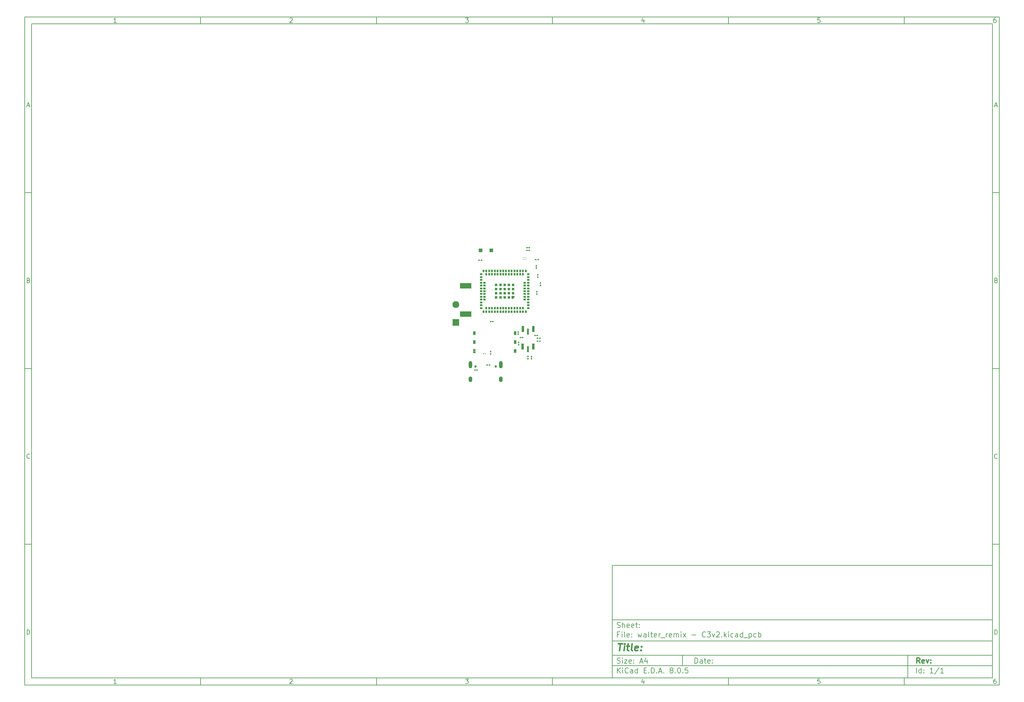
<source format=gbr>
%TF.GenerationSoftware,KiCad,Pcbnew,8.0.5*%
%TF.CreationDate,2024-12-27T02:30:01+01:00*%
%TF.ProjectId,walter_remix - C3v2,77616c74-6572-45f7-9265-6d6978202d20,rev?*%
%TF.SameCoordinates,Original*%
%TF.FileFunction,Soldermask,Bot*%
%TF.FilePolarity,Negative*%
%FSLAX45Y45*%
G04 Gerber Fmt 4.5, Leading zero omitted, Abs format (unit mm)*
G04 Created by KiCad (PCBNEW 8.0.5) date 2024-12-27 02:30:01*
%MOMM*%
%LPD*%
G01*
G04 APERTURE LIST*
G04 Aperture macros list*
%AMRoundRect*
0 Rectangle with rounded corners*
0 $1 Rounding radius*
0 $2 $3 $4 $5 $6 $7 $8 $9 X,Y pos of 4 corners*
0 Add a 4 corners polygon primitive as box body*
4,1,4,$2,$3,$4,$5,$6,$7,$8,$9,$2,$3,0*
0 Add four circle primitives for the rounded corners*
1,1,$1+$1,$2,$3*
1,1,$1+$1,$4,$5*
1,1,$1+$1,$6,$7*
1,1,$1+$1,$8,$9*
0 Add four rect primitives between the rounded corners*
20,1,$1+$1,$2,$3,$4,$5,0*
20,1,$1+$1,$4,$5,$6,$7,0*
20,1,$1+$1,$6,$7,$8,$9,0*
20,1,$1+$1,$8,$9,$2,$3,0*%
%AMOutline5P*
0 Free polygon, 5 corners , with rotation*
0 The origin of the aperture is its center*
0 number of corners: always 5*
0 $1 to $10 corner X, Y*
0 $11 Rotation angle, in degrees counterclockwise*
0 create outline with 5 corners*
4,1,5,$1,$2,$3,$4,$5,$6,$7,$8,$9,$10,$1,$2,$11*%
%AMOutline6P*
0 Free polygon, 6 corners , with rotation*
0 The origin of the aperture is its center*
0 number of corners: always 6*
0 $1 to $12 corner X, Y*
0 $13 Rotation angle, in degrees counterclockwise*
0 create outline with 6 corners*
4,1,6,$1,$2,$3,$4,$5,$6,$7,$8,$9,$10,$11,$12,$1,$2,$13*%
%AMOutline7P*
0 Free polygon, 7 corners , with rotation*
0 The origin of the aperture is its center*
0 number of corners: always 7*
0 $1 to $14 corner X, Y*
0 $15 Rotation angle, in degrees counterclockwise*
0 create outline with 7 corners*
4,1,7,$1,$2,$3,$4,$5,$6,$7,$8,$9,$10,$11,$12,$13,$14,$1,$2,$15*%
%AMOutline8P*
0 Free polygon, 8 corners , with rotation*
0 The origin of the aperture is its center*
0 number of corners: always 8*
0 $1 to $16 corner X, Y*
0 $17 Rotation angle, in degrees counterclockwise*
0 create outline with 8 corners*
4,1,8,$1,$2,$3,$4,$5,$6,$7,$8,$9,$10,$11,$12,$13,$14,$15,$16,$1,$2,$17*%
G04 Aperture macros list end*
%ADD10C,0.100000*%
%ADD11C,0.150000*%
%ADD12C,0.300000*%
%ADD13C,0.400000*%
%ADD14R,3.200000X1.600000*%
%ADD15R,1.950000X1.950000*%
%ADD16C,1.950000*%
%ADD17R,0.700000X1.800000*%
%ADD18R,0.600000X1.800000*%
%ADD19R,1.000000X1.000000*%
%ADD20R,0.210000X0.400000*%
%ADD21R,0.200000X0.200000*%
%ADD22RoundRect,0.100000X0.100000X-0.130000X0.100000X0.130000X-0.100000X0.130000X-0.100000X-0.130000X0*%
%ADD23RoundRect,0.100000X0.130000X0.100000X-0.130000X0.100000X-0.130000X-0.100000X0.130000X-0.100000X0*%
%ADD24RoundRect,0.100000X-0.100000X0.130000X-0.100000X-0.130000X0.100000X-0.130000X0.100000X0.130000X0*%
%ADD25RoundRect,0.100000X-0.130000X-0.100000X0.130000X-0.100000X0.130000X0.100000X-0.130000X0.100000X0*%
%ADD26R,0.700000X1.000000*%
%ADD27R,0.700000X0.500000*%
%ADD28O,1.000000X1.600000*%
%ADD29O,1.000000X2.100000*%
%ADD30C,0.650000*%
%ADD31R,0.800000X0.800000*%
%ADD32Outline5P,-0.400000X0.400000X0.000000X0.400000X0.400000X0.000000X0.400000X-0.400000X-0.400000X-0.400000X270.000000*%
%ADD33R,0.500000X0.700000*%
G04 APERTURE END LIST*
D10*
D11*
X17700220Y-16600720D02*
X28500220Y-16600720D01*
X28500220Y-19800720D01*
X17700220Y-19800720D01*
X17700220Y-16600720D01*
D10*
D11*
X1000000Y-1000000D02*
X28700220Y-1000000D01*
X28700220Y-20000720D01*
X1000000Y-20000720D01*
X1000000Y-1000000D01*
D10*
D11*
X1200000Y-1200000D02*
X28500220Y-1200000D01*
X28500220Y-19800720D01*
X1200000Y-19800720D01*
X1200000Y-1200000D01*
D10*
D11*
X6000000Y-1200000D02*
X6000000Y-1000000D01*
D10*
D11*
X11000000Y-1200000D02*
X11000000Y-1000000D01*
D10*
D11*
X16000000Y-1200000D02*
X16000000Y-1000000D01*
D10*
D11*
X21000000Y-1200000D02*
X21000000Y-1000000D01*
D10*
D11*
X26000000Y-1200000D02*
X26000000Y-1000000D01*
D10*
D11*
X3608916Y-1159360D02*
X3534630Y-1159360D01*
X3571773Y-1159360D02*
X3571773Y-1029360D01*
X3571773Y-1029360D02*
X3559392Y-1047932D01*
X3559392Y-1047932D02*
X3547011Y-1060313D01*
X3547011Y-1060313D02*
X3534630Y-1066503D01*
D10*
D11*
X8534630Y-1041741D02*
X8540821Y-1035551D01*
X8540821Y-1035551D02*
X8553202Y-1029360D01*
X8553202Y-1029360D02*
X8584154Y-1029360D01*
X8584154Y-1029360D02*
X8596535Y-1035551D01*
X8596535Y-1035551D02*
X8602726Y-1041741D01*
X8602726Y-1041741D02*
X8608916Y-1054122D01*
X8608916Y-1054122D02*
X8608916Y-1066503D01*
X8608916Y-1066503D02*
X8602726Y-1085075D01*
X8602726Y-1085075D02*
X8528440Y-1159360D01*
X8528440Y-1159360D02*
X8608916Y-1159360D01*
D10*
D11*
X13528440Y-1029360D02*
X13608916Y-1029360D01*
X13608916Y-1029360D02*
X13565583Y-1078884D01*
X13565583Y-1078884D02*
X13584154Y-1078884D01*
X13584154Y-1078884D02*
X13596535Y-1085075D01*
X13596535Y-1085075D02*
X13602725Y-1091265D01*
X13602725Y-1091265D02*
X13608916Y-1103646D01*
X13608916Y-1103646D02*
X13608916Y-1134599D01*
X13608916Y-1134599D02*
X13602725Y-1146980D01*
X13602725Y-1146980D02*
X13596535Y-1153170D01*
X13596535Y-1153170D02*
X13584154Y-1159360D01*
X13584154Y-1159360D02*
X13547011Y-1159360D01*
X13547011Y-1159360D02*
X13534630Y-1153170D01*
X13534630Y-1153170D02*
X13528440Y-1146980D01*
D10*
D11*
X18596535Y-1072694D02*
X18596535Y-1159360D01*
X18565583Y-1023170D02*
X18534630Y-1116027D01*
X18534630Y-1116027D02*
X18615106Y-1116027D01*
D10*
D11*
X23602725Y-1029360D02*
X23540821Y-1029360D01*
X23540821Y-1029360D02*
X23534630Y-1091265D01*
X23534630Y-1091265D02*
X23540821Y-1085075D01*
X23540821Y-1085075D02*
X23553202Y-1078884D01*
X23553202Y-1078884D02*
X23584154Y-1078884D01*
X23584154Y-1078884D02*
X23596535Y-1085075D01*
X23596535Y-1085075D02*
X23602725Y-1091265D01*
X23602725Y-1091265D02*
X23608916Y-1103646D01*
X23608916Y-1103646D02*
X23608916Y-1134599D01*
X23608916Y-1134599D02*
X23602725Y-1146980D01*
X23602725Y-1146980D02*
X23596535Y-1153170D01*
X23596535Y-1153170D02*
X23584154Y-1159360D01*
X23584154Y-1159360D02*
X23553202Y-1159360D01*
X23553202Y-1159360D02*
X23540821Y-1153170D01*
X23540821Y-1153170D02*
X23534630Y-1146980D01*
D10*
D11*
X28596535Y-1029360D02*
X28571773Y-1029360D01*
X28571773Y-1029360D02*
X28559392Y-1035551D01*
X28559392Y-1035551D02*
X28553202Y-1041741D01*
X28553202Y-1041741D02*
X28540821Y-1060313D01*
X28540821Y-1060313D02*
X28534630Y-1085075D01*
X28534630Y-1085075D02*
X28534630Y-1134599D01*
X28534630Y-1134599D02*
X28540821Y-1146980D01*
X28540821Y-1146980D02*
X28547011Y-1153170D01*
X28547011Y-1153170D02*
X28559392Y-1159360D01*
X28559392Y-1159360D02*
X28584154Y-1159360D01*
X28584154Y-1159360D02*
X28596535Y-1153170D01*
X28596535Y-1153170D02*
X28602725Y-1146980D01*
X28602725Y-1146980D02*
X28608916Y-1134599D01*
X28608916Y-1134599D02*
X28608916Y-1103646D01*
X28608916Y-1103646D02*
X28602725Y-1091265D01*
X28602725Y-1091265D02*
X28596535Y-1085075D01*
X28596535Y-1085075D02*
X28584154Y-1078884D01*
X28584154Y-1078884D02*
X28559392Y-1078884D01*
X28559392Y-1078884D02*
X28547011Y-1085075D01*
X28547011Y-1085075D02*
X28540821Y-1091265D01*
X28540821Y-1091265D02*
X28534630Y-1103646D01*
D10*
D11*
X6000000Y-19800720D02*
X6000000Y-20000720D01*
D10*
D11*
X11000000Y-19800720D02*
X11000000Y-20000720D01*
D10*
D11*
X16000000Y-19800720D02*
X16000000Y-20000720D01*
D10*
D11*
X21000000Y-19800720D02*
X21000000Y-20000720D01*
D10*
D11*
X26000000Y-19800720D02*
X26000000Y-20000720D01*
D10*
D11*
X3608916Y-19960080D02*
X3534630Y-19960080D01*
X3571773Y-19960080D02*
X3571773Y-19830080D01*
X3571773Y-19830080D02*
X3559392Y-19848652D01*
X3559392Y-19848652D02*
X3547011Y-19861033D01*
X3547011Y-19861033D02*
X3534630Y-19867223D01*
D10*
D11*
X8534630Y-19842461D02*
X8540821Y-19836271D01*
X8540821Y-19836271D02*
X8553202Y-19830080D01*
X8553202Y-19830080D02*
X8584154Y-19830080D01*
X8584154Y-19830080D02*
X8596535Y-19836271D01*
X8596535Y-19836271D02*
X8602726Y-19842461D01*
X8602726Y-19842461D02*
X8608916Y-19854842D01*
X8608916Y-19854842D02*
X8608916Y-19867223D01*
X8608916Y-19867223D02*
X8602726Y-19885795D01*
X8602726Y-19885795D02*
X8528440Y-19960080D01*
X8528440Y-19960080D02*
X8608916Y-19960080D01*
D10*
D11*
X13528440Y-19830080D02*
X13608916Y-19830080D01*
X13608916Y-19830080D02*
X13565583Y-19879604D01*
X13565583Y-19879604D02*
X13584154Y-19879604D01*
X13584154Y-19879604D02*
X13596535Y-19885795D01*
X13596535Y-19885795D02*
X13602725Y-19891985D01*
X13602725Y-19891985D02*
X13608916Y-19904366D01*
X13608916Y-19904366D02*
X13608916Y-19935319D01*
X13608916Y-19935319D02*
X13602725Y-19947700D01*
X13602725Y-19947700D02*
X13596535Y-19953890D01*
X13596535Y-19953890D02*
X13584154Y-19960080D01*
X13584154Y-19960080D02*
X13547011Y-19960080D01*
X13547011Y-19960080D02*
X13534630Y-19953890D01*
X13534630Y-19953890D02*
X13528440Y-19947700D01*
D10*
D11*
X18596535Y-19873414D02*
X18596535Y-19960080D01*
X18565583Y-19823890D02*
X18534630Y-19916747D01*
X18534630Y-19916747D02*
X18615106Y-19916747D01*
D10*
D11*
X23602725Y-19830080D02*
X23540821Y-19830080D01*
X23540821Y-19830080D02*
X23534630Y-19891985D01*
X23534630Y-19891985D02*
X23540821Y-19885795D01*
X23540821Y-19885795D02*
X23553202Y-19879604D01*
X23553202Y-19879604D02*
X23584154Y-19879604D01*
X23584154Y-19879604D02*
X23596535Y-19885795D01*
X23596535Y-19885795D02*
X23602725Y-19891985D01*
X23602725Y-19891985D02*
X23608916Y-19904366D01*
X23608916Y-19904366D02*
X23608916Y-19935319D01*
X23608916Y-19935319D02*
X23602725Y-19947700D01*
X23602725Y-19947700D02*
X23596535Y-19953890D01*
X23596535Y-19953890D02*
X23584154Y-19960080D01*
X23584154Y-19960080D02*
X23553202Y-19960080D01*
X23553202Y-19960080D02*
X23540821Y-19953890D01*
X23540821Y-19953890D02*
X23534630Y-19947700D01*
D10*
D11*
X28596535Y-19830080D02*
X28571773Y-19830080D01*
X28571773Y-19830080D02*
X28559392Y-19836271D01*
X28559392Y-19836271D02*
X28553202Y-19842461D01*
X28553202Y-19842461D02*
X28540821Y-19861033D01*
X28540821Y-19861033D02*
X28534630Y-19885795D01*
X28534630Y-19885795D02*
X28534630Y-19935319D01*
X28534630Y-19935319D02*
X28540821Y-19947700D01*
X28540821Y-19947700D02*
X28547011Y-19953890D01*
X28547011Y-19953890D02*
X28559392Y-19960080D01*
X28559392Y-19960080D02*
X28584154Y-19960080D01*
X28584154Y-19960080D02*
X28596535Y-19953890D01*
X28596535Y-19953890D02*
X28602725Y-19947700D01*
X28602725Y-19947700D02*
X28608916Y-19935319D01*
X28608916Y-19935319D02*
X28608916Y-19904366D01*
X28608916Y-19904366D02*
X28602725Y-19891985D01*
X28602725Y-19891985D02*
X28596535Y-19885795D01*
X28596535Y-19885795D02*
X28584154Y-19879604D01*
X28584154Y-19879604D02*
X28559392Y-19879604D01*
X28559392Y-19879604D02*
X28547011Y-19885795D01*
X28547011Y-19885795D02*
X28540821Y-19891985D01*
X28540821Y-19891985D02*
X28534630Y-19904366D01*
D10*
D11*
X1000000Y-6000000D02*
X1200000Y-6000000D01*
D10*
D11*
X1000000Y-11000000D02*
X1200000Y-11000000D01*
D10*
D11*
X1000000Y-16000000D02*
X1200000Y-16000000D01*
D10*
D11*
X1069048Y-3522218D02*
X1130952Y-3522218D01*
X1056667Y-3559360D02*
X1100000Y-3429360D01*
X1100000Y-3429360D02*
X1143333Y-3559360D01*
D10*
D11*
X1109286Y-8491265D02*
X1127857Y-8497456D01*
X1127857Y-8497456D02*
X1134048Y-8503646D01*
X1134048Y-8503646D02*
X1140238Y-8516027D01*
X1140238Y-8516027D02*
X1140238Y-8534599D01*
X1140238Y-8534599D02*
X1134048Y-8546980D01*
X1134048Y-8546980D02*
X1127857Y-8553170D01*
X1127857Y-8553170D02*
X1115476Y-8559360D01*
X1115476Y-8559360D02*
X1065952Y-8559360D01*
X1065952Y-8559360D02*
X1065952Y-8429360D01*
X1065952Y-8429360D02*
X1109286Y-8429360D01*
X1109286Y-8429360D02*
X1121667Y-8435551D01*
X1121667Y-8435551D02*
X1127857Y-8441741D01*
X1127857Y-8441741D02*
X1134048Y-8454122D01*
X1134048Y-8454122D02*
X1134048Y-8466503D01*
X1134048Y-8466503D02*
X1127857Y-8478884D01*
X1127857Y-8478884D02*
X1121667Y-8485075D01*
X1121667Y-8485075D02*
X1109286Y-8491265D01*
X1109286Y-8491265D02*
X1065952Y-8491265D01*
D10*
D11*
X1140238Y-13546979D02*
X1134048Y-13553170D01*
X1134048Y-13553170D02*
X1115476Y-13559360D01*
X1115476Y-13559360D02*
X1103095Y-13559360D01*
X1103095Y-13559360D02*
X1084524Y-13553170D01*
X1084524Y-13553170D02*
X1072143Y-13540789D01*
X1072143Y-13540789D02*
X1065952Y-13528408D01*
X1065952Y-13528408D02*
X1059762Y-13503646D01*
X1059762Y-13503646D02*
X1059762Y-13485075D01*
X1059762Y-13485075D02*
X1065952Y-13460313D01*
X1065952Y-13460313D02*
X1072143Y-13447932D01*
X1072143Y-13447932D02*
X1084524Y-13435551D01*
X1084524Y-13435551D02*
X1103095Y-13429360D01*
X1103095Y-13429360D02*
X1115476Y-13429360D01*
X1115476Y-13429360D02*
X1134048Y-13435551D01*
X1134048Y-13435551D02*
X1140238Y-13441741D01*
D10*
D11*
X1065952Y-18559360D02*
X1065952Y-18429360D01*
X1065952Y-18429360D02*
X1096905Y-18429360D01*
X1096905Y-18429360D02*
X1115476Y-18435551D01*
X1115476Y-18435551D02*
X1127857Y-18447932D01*
X1127857Y-18447932D02*
X1134048Y-18460313D01*
X1134048Y-18460313D02*
X1140238Y-18485075D01*
X1140238Y-18485075D02*
X1140238Y-18503646D01*
X1140238Y-18503646D02*
X1134048Y-18528408D01*
X1134048Y-18528408D02*
X1127857Y-18540789D01*
X1127857Y-18540789D02*
X1115476Y-18553170D01*
X1115476Y-18553170D02*
X1096905Y-18559360D01*
X1096905Y-18559360D02*
X1065952Y-18559360D01*
D10*
D11*
X28700220Y-6000000D02*
X28500220Y-6000000D01*
D10*
D11*
X28700220Y-11000000D02*
X28500220Y-11000000D01*
D10*
D11*
X28700220Y-16000000D02*
X28500220Y-16000000D01*
D10*
D11*
X28569268Y-3522218D02*
X28631172Y-3522218D01*
X28556887Y-3559360D02*
X28600220Y-3429360D01*
X28600220Y-3429360D02*
X28643553Y-3559360D01*
D10*
D11*
X28609506Y-8491265D02*
X28628077Y-8497456D01*
X28628077Y-8497456D02*
X28634268Y-8503646D01*
X28634268Y-8503646D02*
X28640458Y-8516027D01*
X28640458Y-8516027D02*
X28640458Y-8534599D01*
X28640458Y-8534599D02*
X28634268Y-8546980D01*
X28634268Y-8546980D02*
X28628077Y-8553170D01*
X28628077Y-8553170D02*
X28615696Y-8559360D01*
X28615696Y-8559360D02*
X28566172Y-8559360D01*
X28566172Y-8559360D02*
X28566172Y-8429360D01*
X28566172Y-8429360D02*
X28609506Y-8429360D01*
X28609506Y-8429360D02*
X28621887Y-8435551D01*
X28621887Y-8435551D02*
X28628077Y-8441741D01*
X28628077Y-8441741D02*
X28634268Y-8454122D01*
X28634268Y-8454122D02*
X28634268Y-8466503D01*
X28634268Y-8466503D02*
X28628077Y-8478884D01*
X28628077Y-8478884D02*
X28621887Y-8485075D01*
X28621887Y-8485075D02*
X28609506Y-8491265D01*
X28609506Y-8491265D02*
X28566172Y-8491265D01*
D10*
D11*
X28640458Y-13546979D02*
X28634268Y-13553170D01*
X28634268Y-13553170D02*
X28615696Y-13559360D01*
X28615696Y-13559360D02*
X28603315Y-13559360D01*
X28603315Y-13559360D02*
X28584744Y-13553170D01*
X28584744Y-13553170D02*
X28572363Y-13540789D01*
X28572363Y-13540789D02*
X28566172Y-13528408D01*
X28566172Y-13528408D02*
X28559982Y-13503646D01*
X28559982Y-13503646D02*
X28559982Y-13485075D01*
X28559982Y-13485075D02*
X28566172Y-13460313D01*
X28566172Y-13460313D02*
X28572363Y-13447932D01*
X28572363Y-13447932D02*
X28584744Y-13435551D01*
X28584744Y-13435551D02*
X28603315Y-13429360D01*
X28603315Y-13429360D02*
X28615696Y-13429360D01*
X28615696Y-13429360D02*
X28634268Y-13435551D01*
X28634268Y-13435551D02*
X28640458Y-13441741D01*
D10*
D11*
X28566172Y-18559360D02*
X28566172Y-18429360D01*
X28566172Y-18429360D02*
X28597125Y-18429360D01*
X28597125Y-18429360D02*
X28615696Y-18435551D01*
X28615696Y-18435551D02*
X28628077Y-18447932D01*
X28628077Y-18447932D02*
X28634268Y-18460313D01*
X28634268Y-18460313D02*
X28640458Y-18485075D01*
X28640458Y-18485075D02*
X28640458Y-18503646D01*
X28640458Y-18503646D02*
X28634268Y-18528408D01*
X28634268Y-18528408D02*
X28628077Y-18540789D01*
X28628077Y-18540789D02*
X28615696Y-18553170D01*
X28615696Y-18553170D02*
X28597125Y-18559360D01*
X28597125Y-18559360D02*
X28566172Y-18559360D01*
D10*
D11*
X20045803Y-19379333D02*
X20045803Y-19229333D01*
X20045803Y-19229333D02*
X20081517Y-19229333D01*
X20081517Y-19229333D02*
X20102946Y-19236476D01*
X20102946Y-19236476D02*
X20117231Y-19250761D01*
X20117231Y-19250761D02*
X20124374Y-19265047D01*
X20124374Y-19265047D02*
X20131517Y-19293619D01*
X20131517Y-19293619D02*
X20131517Y-19315047D01*
X20131517Y-19315047D02*
X20124374Y-19343619D01*
X20124374Y-19343619D02*
X20117231Y-19357904D01*
X20117231Y-19357904D02*
X20102946Y-19372190D01*
X20102946Y-19372190D02*
X20081517Y-19379333D01*
X20081517Y-19379333D02*
X20045803Y-19379333D01*
X20260088Y-19379333D02*
X20260088Y-19300761D01*
X20260088Y-19300761D02*
X20252946Y-19286476D01*
X20252946Y-19286476D02*
X20238660Y-19279333D01*
X20238660Y-19279333D02*
X20210088Y-19279333D01*
X20210088Y-19279333D02*
X20195803Y-19286476D01*
X20260088Y-19372190D02*
X20245803Y-19379333D01*
X20245803Y-19379333D02*
X20210088Y-19379333D01*
X20210088Y-19379333D02*
X20195803Y-19372190D01*
X20195803Y-19372190D02*
X20188660Y-19357904D01*
X20188660Y-19357904D02*
X20188660Y-19343619D01*
X20188660Y-19343619D02*
X20195803Y-19329333D01*
X20195803Y-19329333D02*
X20210088Y-19322190D01*
X20210088Y-19322190D02*
X20245803Y-19322190D01*
X20245803Y-19322190D02*
X20260088Y-19315047D01*
X20310088Y-19279333D02*
X20367231Y-19279333D01*
X20331517Y-19229333D02*
X20331517Y-19357904D01*
X20331517Y-19357904D02*
X20338660Y-19372190D01*
X20338660Y-19372190D02*
X20352946Y-19379333D01*
X20352946Y-19379333D02*
X20367231Y-19379333D01*
X20474374Y-19372190D02*
X20460088Y-19379333D01*
X20460088Y-19379333D02*
X20431517Y-19379333D01*
X20431517Y-19379333D02*
X20417231Y-19372190D01*
X20417231Y-19372190D02*
X20410088Y-19357904D01*
X20410088Y-19357904D02*
X20410088Y-19300761D01*
X20410088Y-19300761D02*
X20417231Y-19286476D01*
X20417231Y-19286476D02*
X20431517Y-19279333D01*
X20431517Y-19279333D02*
X20460088Y-19279333D01*
X20460088Y-19279333D02*
X20474374Y-19286476D01*
X20474374Y-19286476D02*
X20481517Y-19300761D01*
X20481517Y-19300761D02*
X20481517Y-19315047D01*
X20481517Y-19315047D02*
X20410088Y-19329333D01*
X20545803Y-19365047D02*
X20552946Y-19372190D01*
X20552946Y-19372190D02*
X20545803Y-19379333D01*
X20545803Y-19379333D02*
X20538660Y-19372190D01*
X20538660Y-19372190D02*
X20545803Y-19365047D01*
X20545803Y-19365047D02*
X20545803Y-19379333D01*
X20545803Y-19286476D02*
X20552946Y-19293619D01*
X20552946Y-19293619D02*
X20545803Y-19300761D01*
X20545803Y-19300761D02*
X20538660Y-19293619D01*
X20538660Y-19293619D02*
X20545803Y-19286476D01*
X20545803Y-19286476D02*
X20545803Y-19300761D01*
D10*
D11*
X17700220Y-19450720D02*
X28500220Y-19450720D01*
D10*
D11*
X17845803Y-19659333D02*
X17845803Y-19509333D01*
X17931517Y-19659333D02*
X17867231Y-19573619D01*
X17931517Y-19509333D02*
X17845803Y-19595047D01*
X17995803Y-19659333D02*
X17995803Y-19559333D01*
X17995803Y-19509333D02*
X17988660Y-19516476D01*
X17988660Y-19516476D02*
X17995803Y-19523619D01*
X17995803Y-19523619D02*
X18002946Y-19516476D01*
X18002946Y-19516476D02*
X17995803Y-19509333D01*
X17995803Y-19509333D02*
X17995803Y-19523619D01*
X18152946Y-19645047D02*
X18145803Y-19652190D01*
X18145803Y-19652190D02*
X18124374Y-19659333D01*
X18124374Y-19659333D02*
X18110088Y-19659333D01*
X18110088Y-19659333D02*
X18088660Y-19652190D01*
X18088660Y-19652190D02*
X18074374Y-19637904D01*
X18074374Y-19637904D02*
X18067231Y-19623619D01*
X18067231Y-19623619D02*
X18060088Y-19595047D01*
X18060088Y-19595047D02*
X18060088Y-19573619D01*
X18060088Y-19573619D02*
X18067231Y-19545047D01*
X18067231Y-19545047D02*
X18074374Y-19530761D01*
X18074374Y-19530761D02*
X18088660Y-19516476D01*
X18088660Y-19516476D02*
X18110088Y-19509333D01*
X18110088Y-19509333D02*
X18124374Y-19509333D01*
X18124374Y-19509333D02*
X18145803Y-19516476D01*
X18145803Y-19516476D02*
X18152946Y-19523619D01*
X18281517Y-19659333D02*
X18281517Y-19580761D01*
X18281517Y-19580761D02*
X18274374Y-19566476D01*
X18274374Y-19566476D02*
X18260088Y-19559333D01*
X18260088Y-19559333D02*
X18231517Y-19559333D01*
X18231517Y-19559333D02*
X18217231Y-19566476D01*
X18281517Y-19652190D02*
X18267231Y-19659333D01*
X18267231Y-19659333D02*
X18231517Y-19659333D01*
X18231517Y-19659333D02*
X18217231Y-19652190D01*
X18217231Y-19652190D02*
X18210088Y-19637904D01*
X18210088Y-19637904D02*
X18210088Y-19623619D01*
X18210088Y-19623619D02*
X18217231Y-19609333D01*
X18217231Y-19609333D02*
X18231517Y-19602190D01*
X18231517Y-19602190D02*
X18267231Y-19602190D01*
X18267231Y-19602190D02*
X18281517Y-19595047D01*
X18417231Y-19659333D02*
X18417231Y-19509333D01*
X18417231Y-19652190D02*
X18402946Y-19659333D01*
X18402946Y-19659333D02*
X18374374Y-19659333D01*
X18374374Y-19659333D02*
X18360088Y-19652190D01*
X18360088Y-19652190D02*
X18352946Y-19645047D01*
X18352946Y-19645047D02*
X18345803Y-19630761D01*
X18345803Y-19630761D02*
X18345803Y-19587904D01*
X18345803Y-19587904D02*
X18352946Y-19573619D01*
X18352946Y-19573619D02*
X18360088Y-19566476D01*
X18360088Y-19566476D02*
X18374374Y-19559333D01*
X18374374Y-19559333D02*
X18402946Y-19559333D01*
X18402946Y-19559333D02*
X18417231Y-19566476D01*
X18602946Y-19580761D02*
X18652946Y-19580761D01*
X18674374Y-19659333D02*
X18602946Y-19659333D01*
X18602946Y-19659333D02*
X18602946Y-19509333D01*
X18602946Y-19509333D02*
X18674374Y-19509333D01*
X18738660Y-19645047D02*
X18745803Y-19652190D01*
X18745803Y-19652190D02*
X18738660Y-19659333D01*
X18738660Y-19659333D02*
X18731517Y-19652190D01*
X18731517Y-19652190D02*
X18738660Y-19645047D01*
X18738660Y-19645047D02*
X18738660Y-19659333D01*
X18810088Y-19659333D02*
X18810088Y-19509333D01*
X18810088Y-19509333D02*
X18845803Y-19509333D01*
X18845803Y-19509333D02*
X18867231Y-19516476D01*
X18867231Y-19516476D02*
X18881517Y-19530761D01*
X18881517Y-19530761D02*
X18888660Y-19545047D01*
X18888660Y-19545047D02*
X18895803Y-19573619D01*
X18895803Y-19573619D02*
X18895803Y-19595047D01*
X18895803Y-19595047D02*
X18888660Y-19623619D01*
X18888660Y-19623619D02*
X18881517Y-19637904D01*
X18881517Y-19637904D02*
X18867231Y-19652190D01*
X18867231Y-19652190D02*
X18845803Y-19659333D01*
X18845803Y-19659333D02*
X18810088Y-19659333D01*
X18960088Y-19645047D02*
X18967231Y-19652190D01*
X18967231Y-19652190D02*
X18960088Y-19659333D01*
X18960088Y-19659333D02*
X18952946Y-19652190D01*
X18952946Y-19652190D02*
X18960088Y-19645047D01*
X18960088Y-19645047D02*
X18960088Y-19659333D01*
X19024374Y-19616476D02*
X19095803Y-19616476D01*
X19010089Y-19659333D02*
X19060089Y-19509333D01*
X19060089Y-19509333D02*
X19110089Y-19659333D01*
X19160088Y-19645047D02*
X19167231Y-19652190D01*
X19167231Y-19652190D02*
X19160088Y-19659333D01*
X19160088Y-19659333D02*
X19152946Y-19652190D01*
X19152946Y-19652190D02*
X19160088Y-19645047D01*
X19160088Y-19645047D02*
X19160088Y-19659333D01*
X19367231Y-19573619D02*
X19352946Y-19566476D01*
X19352946Y-19566476D02*
X19345803Y-19559333D01*
X19345803Y-19559333D02*
X19338660Y-19545047D01*
X19338660Y-19545047D02*
X19338660Y-19537904D01*
X19338660Y-19537904D02*
X19345803Y-19523619D01*
X19345803Y-19523619D02*
X19352946Y-19516476D01*
X19352946Y-19516476D02*
X19367231Y-19509333D01*
X19367231Y-19509333D02*
X19395803Y-19509333D01*
X19395803Y-19509333D02*
X19410089Y-19516476D01*
X19410089Y-19516476D02*
X19417231Y-19523619D01*
X19417231Y-19523619D02*
X19424374Y-19537904D01*
X19424374Y-19537904D02*
X19424374Y-19545047D01*
X19424374Y-19545047D02*
X19417231Y-19559333D01*
X19417231Y-19559333D02*
X19410089Y-19566476D01*
X19410089Y-19566476D02*
X19395803Y-19573619D01*
X19395803Y-19573619D02*
X19367231Y-19573619D01*
X19367231Y-19573619D02*
X19352946Y-19580761D01*
X19352946Y-19580761D02*
X19345803Y-19587904D01*
X19345803Y-19587904D02*
X19338660Y-19602190D01*
X19338660Y-19602190D02*
X19338660Y-19630761D01*
X19338660Y-19630761D02*
X19345803Y-19645047D01*
X19345803Y-19645047D02*
X19352946Y-19652190D01*
X19352946Y-19652190D02*
X19367231Y-19659333D01*
X19367231Y-19659333D02*
X19395803Y-19659333D01*
X19395803Y-19659333D02*
X19410089Y-19652190D01*
X19410089Y-19652190D02*
X19417231Y-19645047D01*
X19417231Y-19645047D02*
X19424374Y-19630761D01*
X19424374Y-19630761D02*
X19424374Y-19602190D01*
X19424374Y-19602190D02*
X19417231Y-19587904D01*
X19417231Y-19587904D02*
X19410089Y-19580761D01*
X19410089Y-19580761D02*
X19395803Y-19573619D01*
X19488660Y-19645047D02*
X19495803Y-19652190D01*
X19495803Y-19652190D02*
X19488660Y-19659333D01*
X19488660Y-19659333D02*
X19481517Y-19652190D01*
X19481517Y-19652190D02*
X19488660Y-19645047D01*
X19488660Y-19645047D02*
X19488660Y-19659333D01*
X19588660Y-19509333D02*
X19602946Y-19509333D01*
X19602946Y-19509333D02*
X19617231Y-19516476D01*
X19617231Y-19516476D02*
X19624374Y-19523619D01*
X19624374Y-19523619D02*
X19631517Y-19537904D01*
X19631517Y-19537904D02*
X19638660Y-19566476D01*
X19638660Y-19566476D02*
X19638660Y-19602190D01*
X19638660Y-19602190D02*
X19631517Y-19630761D01*
X19631517Y-19630761D02*
X19624374Y-19645047D01*
X19624374Y-19645047D02*
X19617231Y-19652190D01*
X19617231Y-19652190D02*
X19602946Y-19659333D01*
X19602946Y-19659333D02*
X19588660Y-19659333D01*
X19588660Y-19659333D02*
X19574374Y-19652190D01*
X19574374Y-19652190D02*
X19567231Y-19645047D01*
X19567231Y-19645047D02*
X19560088Y-19630761D01*
X19560088Y-19630761D02*
X19552946Y-19602190D01*
X19552946Y-19602190D02*
X19552946Y-19566476D01*
X19552946Y-19566476D02*
X19560088Y-19537904D01*
X19560088Y-19537904D02*
X19567231Y-19523619D01*
X19567231Y-19523619D02*
X19574374Y-19516476D01*
X19574374Y-19516476D02*
X19588660Y-19509333D01*
X19702946Y-19645047D02*
X19710088Y-19652190D01*
X19710088Y-19652190D02*
X19702946Y-19659333D01*
X19702946Y-19659333D02*
X19695803Y-19652190D01*
X19695803Y-19652190D02*
X19702946Y-19645047D01*
X19702946Y-19645047D02*
X19702946Y-19659333D01*
X19845803Y-19509333D02*
X19774374Y-19509333D01*
X19774374Y-19509333D02*
X19767231Y-19580761D01*
X19767231Y-19580761D02*
X19774374Y-19573619D01*
X19774374Y-19573619D02*
X19788660Y-19566476D01*
X19788660Y-19566476D02*
X19824374Y-19566476D01*
X19824374Y-19566476D02*
X19838660Y-19573619D01*
X19838660Y-19573619D02*
X19845803Y-19580761D01*
X19845803Y-19580761D02*
X19852946Y-19595047D01*
X19852946Y-19595047D02*
X19852946Y-19630761D01*
X19852946Y-19630761D02*
X19845803Y-19645047D01*
X19845803Y-19645047D02*
X19838660Y-19652190D01*
X19838660Y-19652190D02*
X19824374Y-19659333D01*
X19824374Y-19659333D02*
X19788660Y-19659333D01*
X19788660Y-19659333D02*
X19774374Y-19652190D01*
X19774374Y-19652190D02*
X19767231Y-19645047D01*
D10*
D11*
X17700220Y-19150720D02*
X28500220Y-19150720D01*
D10*
D12*
X26441385Y-19378553D02*
X26391385Y-19307124D01*
X26355671Y-19378553D02*
X26355671Y-19228553D01*
X26355671Y-19228553D02*
X26412814Y-19228553D01*
X26412814Y-19228553D02*
X26427100Y-19235696D01*
X26427100Y-19235696D02*
X26434242Y-19242839D01*
X26434242Y-19242839D02*
X26441385Y-19257124D01*
X26441385Y-19257124D02*
X26441385Y-19278553D01*
X26441385Y-19278553D02*
X26434242Y-19292839D01*
X26434242Y-19292839D02*
X26427100Y-19299981D01*
X26427100Y-19299981D02*
X26412814Y-19307124D01*
X26412814Y-19307124D02*
X26355671Y-19307124D01*
X26562814Y-19371410D02*
X26548528Y-19378553D01*
X26548528Y-19378553D02*
X26519957Y-19378553D01*
X26519957Y-19378553D02*
X26505671Y-19371410D01*
X26505671Y-19371410D02*
X26498528Y-19357124D01*
X26498528Y-19357124D02*
X26498528Y-19299981D01*
X26498528Y-19299981D02*
X26505671Y-19285696D01*
X26505671Y-19285696D02*
X26519957Y-19278553D01*
X26519957Y-19278553D02*
X26548528Y-19278553D01*
X26548528Y-19278553D02*
X26562814Y-19285696D01*
X26562814Y-19285696D02*
X26569957Y-19299981D01*
X26569957Y-19299981D02*
X26569957Y-19314267D01*
X26569957Y-19314267D02*
X26498528Y-19328553D01*
X26619957Y-19278553D02*
X26655671Y-19378553D01*
X26655671Y-19378553D02*
X26691385Y-19278553D01*
X26748528Y-19364267D02*
X26755671Y-19371410D01*
X26755671Y-19371410D02*
X26748528Y-19378553D01*
X26748528Y-19378553D02*
X26741385Y-19371410D01*
X26741385Y-19371410D02*
X26748528Y-19364267D01*
X26748528Y-19364267D02*
X26748528Y-19378553D01*
X26748528Y-19285696D02*
X26755671Y-19292839D01*
X26755671Y-19292839D02*
X26748528Y-19299981D01*
X26748528Y-19299981D02*
X26741385Y-19292839D01*
X26741385Y-19292839D02*
X26748528Y-19285696D01*
X26748528Y-19285696D02*
X26748528Y-19299981D01*
D10*
D11*
X17838660Y-19372190D02*
X17860088Y-19379333D01*
X17860088Y-19379333D02*
X17895803Y-19379333D01*
X17895803Y-19379333D02*
X17910088Y-19372190D01*
X17910088Y-19372190D02*
X17917231Y-19365047D01*
X17917231Y-19365047D02*
X17924374Y-19350761D01*
X17924374Y-19350761D02*
X17924374Y-19336476D01*
X17924374Y-19336476D02*
X17917231Y-19322190D01*
X17917231Y-19322190D02*
X17910088Y-19315047D01*
X17910088Y-19315047D02*
X17895803Y-19307904D01*
X17895803Y-19307904D02*
X17867231Y-19300761D01*
X17867231Y-19300761D02*
X17852946Y-19293619D01*
X17852946Y-19293619D02*
X17845803Y-19286476D01*
X17845803Y-19286476D02*
X17838660Y-19272190D01*
X17838660Y-19272190D02*
X17838660Y-19257904D01*
X17838660Y-19257904D02*
X17845803Y-19243619D01*
X17845803Y-19243619D02*
X17852946Y-19236476D01*
X17852946Y-19236476D02*
X17867231Y-19229333D01*
X17867231Y-19229333D02*
X17902946Y-19229333D01*
X17902946Y-19229333D02*
X17924374Y-19236476D01*
X17988660Y-19379333D02*
X17988660Y-19279333D01*
X17988660Y-19229333D02*
X17981517Y-19236476D01*
X17981517Y-19236476D02*
X17988660Y-19243619D01*
X17988660Y-19243619D02*
X17995803Y-19236476D01*
X17995803Y-19236476D02*
X17988660Y-19229333D01*
X17988660Y-19229333D02*
X17988660Y-19243619D01*
X18045803Y-19279333D02*
X18124374Y-19279333D01*
X18124374Y-19279333D02*
X18045803Y-19379333D01*
X18045803Y-19379333D02*
X18124374Y-19379333D01*
X18238660Y-19372190D02*
X18224374Y-19379333D01*
X18224374Y-19379333D02*
X18195803Y-19379333D01*
X18195803Y-19379333D02*
X18181517Y-19372190D01*
X18181517Y-19372190D02*
X18174374Y-19357904D01*
X18174374Y-19357904D02*
X18174374Y-19300761D01*
X18174374Y-19300761D02*
X18181517Y-19286476D01*
X18181517Y-19286476D02*
X18195803Y-19279333D01*
X18195803Y-19279333D02*
X18224374Y-19279333D01*
X18224374Y-19279333D02*
X18238660Y-19286476D01*
X18238660Y-19286476D02*
X18245803Y-19300761D01*
X18245803Y-19300761D02*
X18245803Y-19315047D01*
X18245803Y-19315047D02*
X18174374Y-19329333D01*
X18310088Y-19365047D02*
X18317231Y-19372190D01*
X18317231Y-19372190D02*
X18310088Y-19379333D01*
X18310088Y-19379333D02*
X18302946Y-19372190D01*
X18302946Y-19372190D02*
X18310088Y-19365047D01*
X18310088Y-19365047D02*
X18310088Y-19379333D01*
X18310088Y-19286476D02*
X18317231Y-19293619D01*
X18317231Y-19293619D02*
X18310088Y-19300761D01*
X18310088Y-19300761D02*
X18302946Y-19293619D01*
X18302946Y-19293619D02*
X18310088Y-19286476D01*
X18310088Y-19286476D02*
X18310088Y-19300761D01*
X18488660Y-19336476D02*
X18560088Y-19336476D01*
X18474374Y-19379333D02*
X18524374Y-19229333D01*
X18524374Y-19229333D02*
X18574374Y-19379333D01*
X18688660Y-19279333D02*
X18688660Y-19379333D01*
X18652946Y-19222190D02*
X18617231Y-19329333D01*
X18617231Y-19329333D02*
X18710088Y-19329333D01*
D10*
D11*
X26345803Y-19659333D02*
X26345803Y-19509333D01*
X26481517Y-19659333D02*
X26481517Y-19509333D01*
X26481517Y-19652190D02*
X26467231Y-19659333D01*
X26467231Y-19659333D02*
X26438660Y-19659333D01*
X26438660Y-19659333D02*
X26424374Y-19652190D01*
X26424374Y-19652190D02*
X26417231Y-19645047D01*
X26417231Y-19645047D02*
X26410088Y-19630761D01*
X26410088Y-19630761D02*
X26410088Y-19587904D01*
X26410088Y-19587904D02*
X26417231Y-19573619D01*
X26417231Y-19573619D02*
X26424374Y-19566476D01*
X26424374Y-19566476D02*
X26438660Y-19559333D01*
X26438660Y-19559333D02*
X26467231Y-19559333D01*
X26467231Y-19559333D02*
X26481517Y-19566476D01*
X26552945Y-19645047D02*
X26560088Y-19652190D01*
X26560088Y-19652190D02*
X26552945Y-19659333D01*
X26552945Y-19659333D02*
X26545803Y-19652190D01*
X26545803Y-19652190D02*
X26552945Y-19645047D01*
X26552945Y-19645047D02*
X26552945Y-19659333D01*
X26552945Y-19566476D02*
X26560088Y-19573619D01*
X26560088Y-19573619D02*
X26552945Y-19580761D01*
X26552945Y-19580761D02*
X26545803Y-19573619D01*
X26545803Y-19573619D02*
X26552945Y-19566476D01*
X26552945Y-19566476D02*
X26552945Y-19580761D01*
X26817231Y-19659333D02*
X26731517Y-19659333D01*
X26774374Y-19659333D02*
X26774374Y-19509333D01*
X26774374Y-19509333D02*
X26760088Y-19530761D01*
X26760088Y-19530761D02*
X26745803Y-19545047D01*
X26745803Y-19545047D02*
X26731517Y-19552190D01*
X26988660Y-19502190D02*
X26860088Y-19695047D01*
X27117231Y-19659333D02*
X27031517Y-19659333D01*
X27074374Y-19659333D02*
X27074374Y-19509333D01*
X27074374Y-19509333D02*
X27060088Y-19530761D01*
X27060088Y-19530761D02*
X27045803Y-19545047D01*
X27045803Y-19545047D02*
X27031517Y-19552190D01*
D10*
D11*
X17700220Y-18750720D02*
X28500220Y-18750720D01*
D10*
D13*
X17869393Y-18821164D02*
X17983679Y-18821164D01*
X17901536Y-19021164D02*
X17926536Y-18821164D01*
X18025345Y-19021164D02*
X18042012Y-18887830D01*
X18050345Y-18821164D02*
X18039631Y-18830688D01*
X18039631Y-18830688D02*
X18047964Y-18840211D01*
X18047964Y-18840211D02*
X18058679Y-18830688D01*
X18058679Y-18830688D02*
X18050345Y-18821164D01*
X18050345Y-18821164D02*
X18047964Y-18840211D01*
X18108679Y-18887830D02*
X18184869Y-18887830D01*
X18145583Y-18821164D02*
X18124155Y-18992592D01*
X18124155Y-18992592D02*
X18131298Y-19011640D01*
X18131298Y-19011640D02*
X18149155Y-19021164D01*
X18149155Y-19021164D02*
X18168202Y-19021164D01*
X18263441Y-19021164D02*
X18245583Y-19011640D01*
X18245583Y-19011640D02*
X18238441Y-18992592D01*
X18238441Y-18992592D02*
X18259869Y-18821164D01*
X18417012Y-19011640D02*
X18396774Y-19021164D01*
X18396774Y-19021164D02*
X18358679Y-19021164D01*
X18358679Y-19021164D02*
X18340821Y-19011640D01*
X18340821Y-19011640D02*
X18333679Y-18992592D01*
X18333679Y-18992592D02*
X18343202Y-18916402D01*
X18343202Y-18916402D02*
X18355107Y-18897354D01*
X18355107Y-18897354D02*
X18375345Y-18887830D01*
X18375345Y-18887830D02*
X18413440Y-18887830D01*
X18413440Y-18887830D02*
X18431298Y-18897354D01*
X18431298Y-18897354D02*
X18438440Y-18916402D01*
X18438440Y-18916402D02*
X18436060Y-18935450D01*
X18436060Y-18935450D02*
X18338440Y-18954497D01*
X18513441Y-19002116D02*
X18521774Y-19011640D01*
X18521774Y-19011640D02*
X18511060Y-19021164D01*
X18511060Y-19021164D02*
X18502726Y-19011640D01*
X18502726Y-19011640D02*
X18513441Y-19002116D01*
X18513441Y-19002116D02*
X18511060Y-19021164D01*
X18526536Y-18897354D02*
X18534869Y-18906878D01*
X18534869Y-18906878D02*
X18524155Y-18916402D01*
X18524155Y-18916402D02*
X18515821Y-18906878D01*
X18515821Y-18906878D02*
X18526536Y-18897354D01*
X18526536Y-18897354D02*
X18524155Y-18916402D01*
D10*
D11*
X17895803Y-18560761D02*
X17845803Y-18560761D01*
X17845803Y-18639333D02*
X17845803Y-18489333D01*
X17845803Y-18489333D02*
X17917231Y-18489333D01*
X17974374Y-18639333D02*
X17974374Y-18539333D01*
X17974374Y-18489333D02*
X17967231Y-18496476D01*
X17967231Y-18496476D02*
X17974374Y-18503619D01*
X17974374Y-18503619D02*
X17981517Y-18496476D01*
X17981517Y-18496476D02*
X17974374Y-18489333D01*
X17974374Y-18489333D02*
X17974374Y-18503619D01*
X18067231Y-18639333D02*
X18052946Y-18632190D01*
X18052946Y-18632190D02*
X18045803Y-18617904D01*
X18045803Y-18617904D02*
X18045803Y-18489333D01*
X18181517Y-18632190D02*
X18167231Y-18639333D01*
X18167231Y-18639333D02*
X18138660Y-18639333D01*
X18138660Y-18639333D02*
X18124374Y-18632190D01*
X18124374Y-18632190D02*
X18117231Y-18617904D01*
X18117231Y-18617904D02*
X18117231Y-18560761D01*
X18117231Y-18560761D02*
X18124374Y-18546476D01*
X18124374Y-18546476D02*
X18138660Y-18539333D01*
X18138660Y-18539333D02*
X18167231Y-18539333D01*
X18167231Y-18539333D02*
X18181517Y-18546476D01*
X18181517Y-18546476D02*
X18188660Y-18560761D01*
X18188660Y-18560761D02*
X18188660Y-18575047D01*
X18188660Y-18575047D02*
X18117231Y-18589333D01*
X18252945Y-18625047D02*
X18260088Y-18632190D01*
X18260088Y-18632190D02*
X18252945Y-18639333D01*
X18252945Y-18639333D02*
X18245803Y-18632190D01*
X18245803Y-18632190D02*
X18252945Y-18625047D01*
X18252945Y-18625047D02*
X18252945Y-18639333D01*
X18252945Y-18546476D02*
X18260088Y-18553619D01*
X18260088Y-18553619D02*
X18252945Y-18560761D01*
X18252945Y-18560761D02*
X18245803Y-18553619D01*
X18245803Y-18553619D02*
X18252945Y-18546476D01*
X18252945Y-18546476D02*
X18252945Y-18560761D01*
X18424374Y-18539333D02*
X18452946Y-18639333D01*
X18452946Y-18639333D02*
X18481517Y-18567904D01*
X18481517Y-18567904D02*
X18510088Y-18639333D01*
X18510088Y-18639333D02*
X18538660Y-18539333D01*
X18660088Y-18639333D02*
X18660088Y-18560761D01*
X18660088Y-18560761D02*
X18652946Y-18546476D01*
X18652946Y-18546476D02*
X18638660Y-18539333D01*
X18638660Y-18539333D02*
X18610088Y-18539333D01*
X18610088Y-18539333D02*
X18595803Y-18546476D01*
X18660088Y-18632190D02*
X18645803Y-18639333D01*
X18645803Y-18639333D02*
X18610088Y-18639333D01*
X18610088Y-18639333D02*
X18595803Y-18632190D01*
X18595803Y-18632190D02*
X18588660Y-18617904D01*
X18588660Y-18617904D02*
X18588660Y-18603619D01*
X18588660Y-18603619D02*
X18595803Y-18589333D01*
X18595803Y-18589333D02*
X18610088Y-18582190D01*
X18610088Y-18582190D02*
X18645803Y-18582190D01*
X18645803Y-18582190D02*
X18660088Y-18575047D01*
X18752946Y-18639333D02*
X18738660Y-18632190D01*
X18738660Y-18632190D02*
X18731517Y-18617904D01*
X18731517Y-18617904D02*
X18731517Y-18489333D01*
X18788660Y-18539333D02*
X18845803Y-18539333D01*
X18810088Y-18489333D02*
X18810088Y-18617904D01*
X18810088Y-18617904D02*
X18817231Y-18632190D01*
X18817231Y-18632190D02*
X18831517Y-18639333D01*
X18831517Y-18639333D02*
X18845803Y-18639333D01*
X18952946Y-18632190D02*
X18938660Y-18639333D01*
X18938660Y-18639333D02*
X18910088Y-18639333D01*
X18910088Y-18639333D02*
X18895803Y-18632190D01*
X18895803Y-18632190D02*
X18888660Y-18617904D01*
X18888660Y-18617904D02*
X18888660Y-18560761D01*
X18888660Y-18560761D02*
X18895803Y-18546476D01*
X18895803Y-18546476D02*
X18910088Y-18539333D01*
X18910088Y-18539333D02*
X18938660Y-18539333D01*
X18938660Y-18539333D02*
X18952946Y-18546476D01*
X18952946Y-18546476D02*
X18960088Y-18560761D01*
X18960088Y-18560761D02*
X18960088Y-18575047D01*
X18960088Y-18575047D02*
X18888660Y-18589333D01*
X19024374Y-18639333D02*
X19024374Y-18539333D01*
X19024374Y-18567904D02*
X19031517Y-18553619D01*
X19031517Y-18553619D02*
X19038660Y-18546476D01*
X19038660Y-18546476D02*
X19052946Y-18539333D01*
X19052946Y-18539333D02*
X19067231Y-18539333D01*
X19081517Y-18653619D02*
X19195803Y-18653619D01*
X19231517Y-18639333D02*
X19231517Y-18539333D01*
X19231517Y-18567904D02*
X19238660Y-18553619D01*
X19238660Y-18553619D02*
X19245803Y-18546476D01*
X19245803Y-18546476D02*
X19260088Y-18539333D01*
X19260088Y-18539333D02*
X19274374Y-18539333D01*
X19381517Y-18632190D02*
X19367231Y-18639333D01*
X19367231Y-18639333D02*
X19338660Y-18639333D01*
X19338660Y-18639333D02*
X19324374Y-18632190D01*
X19324374Y-18632190D02*
X19317231Y-18617904D01*
X19317231Y-18617904D02*
X19317231Y-18560761D01*
X19317231Y-18560761D02*
X19324374Y-18546476D01*
X19324374Y-18546476D02*
X19338660Y-18539333D01*
X19338660Y-18539333D02*
X19367231Y-18539333D01*
X19367231Y-18539333D02*
X19381517Y-18546476D01*
X19381517Y-18546476D02*
X19388660Y-18560761D01*
X19388660Y-18560761D02*
X19388660Y-18575047D01*
X19388660Y-18575047D02*
X19317231Y-18589333D01*
X19452945Y-18639333D02*
X19452945Y-18539333D01*
X19452945Y-18553619D02*
X19460088Y-18546476D01*
X19460088Y-18546476D02*
X19474374Y-18539333D01*
X19474374Y-18539333D02*
X19495803Y-18539333D01*
X19495803Y-18539333D02*
X19510088Y-18546476D01*
X19510088Y-18546476D02*
X19517231Y-18560761D01*
X19517231Y-18560761D02*
X19517231Y-18639333D01*
X19517231Y-18560761D02*
X19524374Y-18546476D01*
X19524374Y-18546476D02*
X19538660Y-18539333D01*
X19538660Y-18539333D02*
X19560088Y-18539333D01*
X19560088Y-18539333D02*
X19574374Y-18546476D01*
X19574374Y-18546476D02*
X19581517Y-18560761D01*
X19581517Y-18560761D02*
X19581517Y-18639333D01*
X19652945Y-18639333D02*
X19652945Y-18539333D01*
X19652945Y-18489333D02*
X19645803Y-18496476D01*
X19645803Y-18496476D02*
X19652945Y-18503619D01*
X19652945Y-18503619D02*
X19660088Y-18496476D01*
X19660088Y-18496476D02*
X19652945Y-18489333D01*
X19652945Y-18489333D02*
X19652945Y-18503619D01*
X19710088Y-18639333D02*
X19788660Y-18539333D01*
X19710088Y-18539333D02*
X19788660Y-18639333D01*
X19960088Y-18582190D02*
X20074374Y-18582190D01*
X20345803Y-18625047D02*
X20338660Y-18632190D01*
X20338660Y-18632190D02*
X20317231Y-18639333D01*
X20317231Y-18639333D02*
X20302945Y-18639333D01*
X20302945Y-18639333D02*
X20281517Y-18632190D01*
X20281517Y-18632190D02*
X20267231Y-18617904D01*
X20267231Y-18617904D02*
X20260088Y-18603619D01*
X20260088Y-18603619D02*
X20252945Y-18575047D01*
X20252945Y-18575047D02*
X20252945Y-18553619D01*
X20252945Y-18553619D02*
X20260088Y-18525047D01*
X20260088Y-18525047D02*
X20267231Y-18510761D01*
X20267231Y-18510761D02*
X20281517Y-18496476D01*
X20281517Y-18496476D02*
X20302945Y-18489333D01*
X20302945Y-18489333D02*
X20317231Y-18489333D01*
X20317231Y-18489333D02*
X20338660Y-18496476D01*
X20338660Y-18496476D02*
X20345803Y-18503619D01*
X20395803Y-18489333D02*
X20488660Y-18489333D01*
X20488660Y-18489333D02*
X20438660Y-18546476D01*
X20438660Y-18546476D02*
X20460088Y-18546476D01*
X20460088Y-18546476D02*
X20474374Y-18553619D01*
X20474374Y-18553619D02*
X20481517Y-18560761D01*
X20481517Y-18560761D02*
X20488660Y-18575047D01*
X20488660Y-18575047D02*
X20488660Y-18610761D01*
X20488660Y-18610761D02*
X20481517Y-18625047D01*
X20481517Y-18625047D02*
X20474374Y-18632190D01*
X20474374Y-18632190D02*
X20460088Y-18639333D01*
X20460088Y-18639333D02*
X20417231Y-18639333D01*
X20417231Y-18639333D02*
X20402945Y-18632190D01*
X20402945Y-18632190D02*
X20395803Y-18625047D01*
X20538660Y-18539333D02*
X20574374Y-18639333D01*
X20574374Y-18639333D02*
X20610088Y-18539333D01*
X20660088Y-18503619D02*
X20667231Y-18496476D01*
X20667231Y-18496476D02*
X20681517Y-18489333D01*
X20681517Y-18489333D02*
X20717231Y-18489333D01*
X20717231Y-18489333D02*
X20731517Y-18496476D01*
X20731517Y-18496476D02*
X20738660Y-18503619D01*
X20738660Y-18503619D02*
X20745803Y-18517904D01*
X20745803Y-18517904D02*
X20745803Y-18532190D01*
X20745803Y-18532190D02*
X20738660Y-18553619D01*
X20738660Y-18553619D02*
X20652945Y-18639333D01*
X20652945Y-18639333D02*
X20745803Y-18639333D01*
X20810088Y-18625047D02*
X20817231Y-18632190D01*
X20817231Y-18632190D02*
X20810088Y-18639333D01*
X20810088Y-18639333D02*
X20802945Y-18632190D01*
X20802945Y-18632190D02*
X20810088Y-18625047D01*
X20810088Y-18625047D02*
X20810088Y-18639333D01*
X20881517Y-18639333D02*
X20881517Y-18489333D01*
X20895803Y-18582190D02*
X20938660Y-18639333D01*
X20938660Y-18539333D02*
X20881517Y-18596476D01*
X21002945Y-18639333D02*
X21002945Y-18539333D01*
X21002945Y-18489333D02*
X20995803Y-18496476D01*
X20995803Y-18496476D02*
X21002945Y-18503619D01*
X21002945Y-18503619D02*
X21010088Y-18496476D01*
X21010088Y-18496476D02*
X21002945Y-18489333D01*
X21002945Y-18489333D02*
X21002945Y-18503619D01*
X21138660Y-18632190D02*
X21124374Y-18639333D01*
X21124374Y-18639333D02*
X21095803Y-18639333D01*
X21095803Y-18639333D02*
X21081517Y-18632190D01*
X21081517Y-18632190D02*
X21074374Y-18625047D01*
X21074374Y-18625047D02*
X21067231Y-18610761D01*
X21067231Y-18610761D02*
X21067231Y-18567904D01*
X21067231Y-18567904D02*
X21074374Y-18553619D01*
X21074374Y-18553619D02*
X21081517Y-18546476D01*
X21081517Y-18546476D02*
X21095803Y-18539333D01*
X21095803Y-18539333D02*
X21124374Y-18539333D01*
X21124374Y-18539333D02*
X21138660Y-18546476D01*
X21267231Y-18639333D02*
X21267231Y-18560761D01*
X21267231Y-18560761D02*
X21260088Y-18546476D01*
X21260088Y-18546476D02*
X21245803Y-18539333D01*
X21245803Y-18539333D02*
X21217231Y-18539333D01*
X21217231Y-18539333D02*
X21202945Y-18546476D01*
X21267231Y-18632190D02*
X21252945Y-18639333D01*
X21252945Y-18639333D02*
X21217231Y-18639333D01*
X21217231Y-18639333D02*
X21202945Y-18632190D01*
X21202945Y-18632190D02*
X21195803Y-18617904D01*
X21195803Y-18617904D02*
X21195803Y-18603619D01*
X21195803Y-18603619D02*
X21202945Y-18589333D01*
X21202945Y-18589333D02*
X21217231Y-18582190D01*
X21217231Y-18582190D02*
X21252945Y-18582190D01*
X21252945Y-18582190D02*
X21267231Y-18575047D01*
X21402945Y-18639333D02*
X21402945Y-18489333D01*
X21402945Y-18632190D02*
X21388660Y-18639333D01*
X21388660Y-18639333D02*
X21360088Y-18639333D01*
X21360088Y-18639333D02*
X21345803Y-18632190D01*
X21345803Y-18632190D02*
X21338660Y-18625047D01*
X21338660Y-18625047D02*
X21331517Y-18610761D01*
X21331517Y-18610761D02*
X21331517Y-18567904D01*
X21331517Y-18567904D02*
X21338660Y-18553619D01*
X21338660Y-18553619D02*
X21345803Y-18546476D01*
X21345803Y-18546476D02*
X21360088Y-18539333D01*
X21360088Y-18539333D02*
X21388660Y-18539333D01*
X21388660Y-18539333D02*
X21402945Y-18546476D01*
X21438660Y-18653619D02*
X21552945Y-18653619D01*
X21588660Y-18539333D02*
X21588660Y-18689333D01*
X21588660Y-18546476D02*
X21602945Y-18539333D01*
X21602945Y-18539333D02*
X21631517Y-18539333D01*
X21631517Y-18539333D02*
X21645803Y-18546476D01*
X21645803Y-18546476D02*
X21652945Y-18553619D01*
X21652945Y-18553619D02*
X21660088Y-18567904D01*
X21660088Y-18567904D02*
X21660088Y-18610761D01*
X21660088Y-18610761D02*
X21652945Y-18625047D01*
X21652945Y-18625047D02*
X21645803Y-18632190D01*
X21645803Y-18632190D02*
X21631517Y-18639333D01*
X21631517Y-18639333D02*
X21602945Y-18639333D01*
X21602945Y-18639333D02*
X21588660Y-18632190D01*
X21788660Y-18632190D02*
X21774374Y-18639333D01*
X21774374Y-18639333D02*
X21745803Y-18639333D01*
X21745803Y-18639333D02*
X21731517Y-18632190D01*
X21731517Y-18632190D02*
X21724374Y-18625047D01*
X21724374Y-18625047D02*
X21717231Y-18610761D01*
X21717231Y-18610761D02*
X21717231Y-18567904D01*
X21717231Y-18567904D02*
X21724374Y-18553619D01*
X21724374Y-18553619D02*
X21731517Y-18546476D01*
X21731517Y-18546476D02*
X21745803Y-18539333D01*
X21745803Y-18539333D02*
X21774374Y-18539333D01*
X21774374Y-18539333D02*
X21788660Y-18546476D01*
X21852945Y-18639333D02*
X21852945Y-18489333D01*
X21852945Y-18546476D02*
X21867231Y-18539333D01*
X21867231Y-18539333D02*
X21895803Y-18539333D01*
X21895803Y-18539333D02*
X21910088Y-18546476D01*
X21910088Y-18546476D02*
X21917231Y-18553619D01*
X21917231Y-18553619D02*
X21924374Y-18567904D01*
X21924374Y-18567904D02*
X21924374Y-18610761D01*
X21924374Y-18610761D02*
X21917231Y-18625047D01*
X21917231Y-18625047D02*
X21910088Y-18632190D01*
X21910088Y-18632190D02*
X21895803Y-18639333D01*
X21895803Y-18639333D02*
X21867231Y-18639333D01*
X21867231Y-18639333D02*
X21852945Y-18632190D01*
D10*
D11*
X17700220Y-18150720D02*
X28500220Y-18150720D01*
D10*
D11*
X17838660Y-18362190D02*
X17860088Y-18369333D01*
X17860088Y-18369333D02*
X17895803Y-18369333D01*
X17895803Y-18369333D02*
X17910088Y-18362190D01*
X17910088Y-18362190D02*
X17917231Y-18355047D01*
X17917231Y-18355047D02*
X17924374Y-18340761D01*
X17924374Y-18340761D02*
X17924374Y-18326476D01*
X17924374Y-18326476D02*
X17917231Y-18312190D01*
X17917231Y-18312190D02*
X17910088Y-18305047D01*
X17910088Y-18305047D02*
X17895803Y-18297904D01*
X17895803Y-18297904D02*
X17867231Y-18290761D01*
X17867231Y-18290761D02*
X17852946Y-18283619D01*
X17852946Y-18283619D02*
X17845803Y-18276476D01*
X17845803Y-18276476D02*
X17838660Y-18262190D01*
X17838660Y-18262190D02*
X17838660Y-18247904D01*
X17838660Y-18247904D02*
X17845803Y-18233619D01*
X17845803Y-18233619D02*
X17852946Y-18226476D01*
X17852946Y-18226476D02*
X17867231Y-18219333D01*
X17867231Y-18219333D02*
X17902946Y-18219333D01*
X17902946Y-18219333D02*
X17924374Y-18226476D01*
X17988660Y-18369333D02*
X17988660Y-18219333D01*
X18052946Y-18369333D02*
X18052946Y-18290761D01*
X18052946Y-18290761D02*
X18045803Y-18276476D01*
X18045803Y-18276476D02*
X18031517Y-18269333D01*
X18031517Y-18269333D02*
X18010088Y-18269333D01*
X18010088Y-18269333D02*
X17995803Y-18276476D01*
X17995803Y-18276476D02*
X17988660Y-18283619D01*
X18181517Y-18362190D02*
X18167231Y-18369333D01*
X18167231Y-18369333D02*
X18138660Y-18369333D01*
X18138660Y-18369333D02*
X18124374Y-18362190D01*
X18124374Y-18362190D02*
X18117231Y-18347904D01*
X18117231Y-18347904D02*
X18117231Y-18290761D01*
X18117231Y-18290761D02*
X18124374Y-18276476D01*
X18124374Y-18276476D02*
X18138660Y-18269333D01*
X18138660Y-18269333D02*
X18167231Y-18269333D01*
X18167231Y-18269333D02*
X18181517Y-18276476D01*
X18181517Y-18276476D02*
X18188660Y-18290761D01*
X18188660Y-18290761D02*
X18188660Y-18305047D01*
X18188660Y-18305047D02*
X18117231Y-18319333D01*
X18310088Y-18362190D02*
X18295803Y-18369333D01*
X18295803Y-18369333D02*
X18267231Y-18369333D01*
X18267231Y-18369333D02*
X18252945Y-18362190D01*
X18252945Y-18362190D02*
X18245803Y-18347904D01*
X18245803Y-18347904D02*
X18245803Y-18290761D01*
X18245803Y-18290761D02*
X18252945Y-18276476D01*
X18252945Y-18276476D02*
X18267231Y-18269333D01*
X18267231Y-18269333D02*
X18295803Y-18269333D01*
X18295803Y-18269333D02*
X18310088Y-18276476D01*
X18310088Y-18276476D02*
X18317231Y-18290761D01*
X18317231Y-18290761D02*
X18317231Y-18305047D01*
X18317231Y-18305047D02*
X18245803Y-18319333D01*
X18360088Y-18269333D02*
X18417231Y-18269333D01*
X18381517Y-18219333D02*
X18381517Y-18347904D01*
X18381517Y-18347904D02*
X18388660Y-18362190D01*
X18388660Y-18362190D02*
X18402945Y-18369333D01*
X18402945Y-18369333D02*
X18417231Y-18369333D01*
X18467231Y-18355047D02*
X18474374Y-18362190D01*
X18474374Y-18362190D02*
X18467231Y-18369333D01*
X18467231Y-18369333D02*
X18460088Y-18362190D01*
X18460088Y-18362190D02*
X18467231Y-18355047D01*
X18467231Y-18355047D02*
X18467231Y-18369333D01*
X18467231Y-18276476D02*
X18474374Y-18283619D01*
X18474374Y-18283619D02*
X18467231Y-18290761D01*
X18467231Y-18290761D02*
X18460088Y-18283619D01*
X18460088Y-18283619D02*
X18467231Y-18276476D01*
X18467231Y-18276476D02*
X18467231Y-18290761D01*
D10*
D11*
X19700220Y-19150720D02*
X19700220Y-19450720D01*
D10*
D11*
X26100220Y-19150720D02*
X26100220Y-19800720D01*
D14*
%TO.C,SW1*%
X13530000Y-8650000D03*
X13530000Y-9450000D03*
%TD*%
D15*
%TO.C,J6*%
X13250000Y-9690000D03*
D16*
X13250000Y-9182000D03*
%TD*%
D17*
%TO.C,J4*%
X15152400Y-10376800D03*
D18*
X15300000Y-10450000D03*
D17*
X15452400Y-10376800D03*
%TD*%
D19*
%TO.C,BZ1*%
X13960000Y-7640000D03*
X14260000Y-7640000D03*
%TD*%
D17*
%TO.C,J5*%
X15155000Y-9876800D03*
D18*
X15302600Y-9950000D03*
D17*
X15455000Y-9876800D03*
%TD*%
D20*
%TO.C,L2*%
X14094000Y-10580000D03*
X14040000Y-10580000D03*
%TD*%
D21*
%TO.C,U5*%
X15255000Y-7895000D03*
X15210000Y-7895000D03*
X15165000Y-7895000D03*
X15165000Y-7845000D03*
X15210000Y-7845000D03*
X15255000Y-7845000D03*
%TD*%
D22*
%TO.C,R20*%
X15400000Y-10724000D03*
X15400000Y-10660000D03*
%TD*%
D23*
%TO.C,R19*%
X13857500Y-11040000D03*
X13793500Y-11040000D03*
%TD*%
%TO.C,R18*%
X14206500Y-10900000D03*
X14142500Y-10900000D03*
%TD*%
%TO.C,R17*%
X15152000Y-10120000D03*
X15088000Y-10120000D03*
%TD*%
D24*
%TO.C,R16*%
X15020000Y-9956000D03*
X15020000Y-10020000D03*
%TD*%
D22*
%TO.C,R15*%
X15040000Y-10320000D03*
X15040000Y-10256000D03*
%TD*%
D23*
%TO.C,R13*%
X15640000Y-10140000D03*
X15576000Y-10140000D03*
%TD*%
%TO.C,R12*%
X15566500Y-10060000D03*
X15502500Y-10060000D03*
%TD*%
%TO.C,R11*%
X15640000Y-10220000D03*
X15576000Y-10220000D03*
%TD*%
D24*
%TO.C,R5*%
X15540000Y-8076000D03*
X15540000Y-8140000D03*
%TD*%
%TO.C,R4*%
X15580000Y-8336000D03*
X15580000Y-8400000D03*
%TD*%
D23*
%TO.C,R3*%
X13977500Y-7920000D03*
X13913500Y-7920000D03*
%TD*%
%TO.C,R2*%
X15587000Y-7899000D03*
X15523000Y-7899000D03*
%TD*%
D22*
%TO.C,R1*%
X15660000Y-8637500D03*
X15660000Y-8573500D03*
%TD*%
D24*
%TO.C,C12*%
X15300000Y-10656000D03*
X15300000Y-10720000D03*
%TD*%
D23*
%TO.C,C11*%
X15337500Y-7560000D03*
X15273500Y-7560000D03*
%TD*%
%TO.C,C10*%
X15337500Y-7640000D03*
X15273500Y-7640000D03*
%TD*%
D22*
%TO.C,C8*%
X15560000Y-8884000D03*
X15560000Y-8820000D03*
%TD*%
D24*
%TO.C,C7*%
X14240000Y-10522500D03*
X14240000Y-10586500D03*
%TD*%
D25*
%TO.C,C6*%
X14242500Y-9660000D03*
X14306500Y-9660000D03*
%TD*%
D26*
%TO.C,J2*%
X14940000Y-10504000D03*
X14940000Y-10250000D03*
X14940000Y-9996000D03*
D27*
X13780000Y-10474000D03*
D26*
X13780000Y-10250000D03*
X13780000Y-9996000D03*
D27*
X13780000Y-10534000D03*
%TD*%
D28*
%TO.C,J1*%
X14532000Y-11307500D03*
D29*
X14532000Y-10889500D03*
D28*
X13668000Y-11307500D03*
D29*
X13668000Y-10889500D03*
D30*
X14389000Y-10939500D03*
X13811000Y-10939500D03*
%TD*%
D31*
%TO.C,GM02SP1*%
X14400000Y-8620000D03*
X14400000Y-8740000D03*
X14400000Y-8860000D03*
X14400000Y-8980000D03*
X14520000Y-8620000D03*
X14520000Y-8740000D03*
X14520000Y-8860000D03*
X14520000Y-8980000D03*
X14640000Y-8620000D03*
X14640000Y-8740000D03*
X14640000Y-8860000D03*
X14640000Y-8980000D03*
X14760000Y-8620000D03*
X14760000Y-8740000D03*
X14760000Y-8860000D03*
X14760000Y-8980000D03*
X14880000Y-8620000D03*
X14880000Y-8740000D03*
X14880000Y-8860000D03*
D32*
X14880000Y-8980000D03*
D33*
X15240000Y-9380000D03*
X15160000Y-9280000D03*
X15160000Y-9380000D03*
X15080000Y-9280000D03*
X15080000Y-9380000D03*
X15000000Y-9280000D03*
X15000000Y-9380000D03*
X14920000Y-9280000D03*
X14920000Y-9380000D03*
X14840000Y-9280000D03*
X14840000Y-9380000D03*
X14760000Y-9280000D03*
X14760000Y-9380000D03*
X14680000Y-9280000D03*
X14680000Y-9380000D03*
X14600000Y-9280000D03*
X14600000Y-9380000D03*
X14520000Y-9280000D03*
X14520000Y-9380000D03*
X14440000Y-9280000D03*
X14440000Y-9380000D03*
X14360000Y-9280000D03*
X14360000Y-9380000D03*
X14280000Y-9280000D03*
X14280000Y-9380000D03*
X14200000Y-9280000D03*
X14200000Y-9380000D03*
X14120000Y-9280000D03*
X14120000Y-9380000D03*
X14040000Y-9380000D03*
D27*
X13970000Y-9280000D03*
X13970000Y-9200000D03*
X13970000Y-9120000D03*
X14070000Y-9040000D03*
X13970000Y-9040000D03*
X14070000Y-8960000D03*
X13970000Y-8960000D03*
X14070000Y-8880000D03*
X13970000Y-8880000D03*
X14070000Y-8800000D03*
X13970000Y-8800000D03*
X14070000Y-8720000D03*
X13970000Y-8720000D03*
X14070000Y-8640000D03*
X13970000Y-8640000D03*
X14070000Y-8560000D03*
X13970000Y-8560000D03*
X13970000Y-8480000D03*
X13970000Y-8400000D03*
X13970000Y-8320000D03*
D33*
X14040000Y-8220000D03*
X14120000Y-8320000D03*
X14120000Y-8220000D03*
X14200000Y-8320000D03*
X14200000Y-8220000D03*
X14280000Y-8320000D03*
X14280000Y-8220000D03*
X14360000Y-8320000D03*
X14360000Y-8220000D03*
X14440000Y-8320000D03*
X14440000Y-8220000D03*
X14520000Y-8320000D03*
X14520000Y-8220000D03*
X14600000Y-8320000D03*
X14600000Y-8220000D03*
X14680000Y-8320000D03*
X14680000Y-8220000D03*
X14760000Y-8320000D03*
X14760000Y-8220000D03*
X14840000Y-8320000D03*
X14840000Y-8220000D03*
X14920000Y-8320000D03*
X14920000Y-8220000D03*
X15000000Y-8320000D03*
X15000000Y-8220000D03*
X15080000Y-8320000D03*
X15080000Y-8220000D03*
X15160000Y-8320000D03*
X15160000Y-8220000D03*
X15240000Y-8220000D03*
D27*
X15310000Y-8320000D03*
X15310000Y-8400000D03*
X15310000Y-8480000D03*
X15210000Y-8560000D03*
X15310000Y-8560000D03*
X15210000Y-8640000D03*
X15310000Y-8640000D03*
X15210000Y-8720000D03*
X15310000Y-8720000D03*
X15210000Y-8800000D03*
X15310000Y-8800000D03*
X15210000Y-8880000D03*
X15310000Y-8880000D03*
X15210000Y-8960000D03*
X15310000Y-8960000D03*
X15210000Y-9040000D03*
X15310000Y-9040000D03*
X15310000Y-9120000D03*
X15310000Y-9200000D03*
X15310000Y-9280000D03*
%TD*%
M02*

</source>
